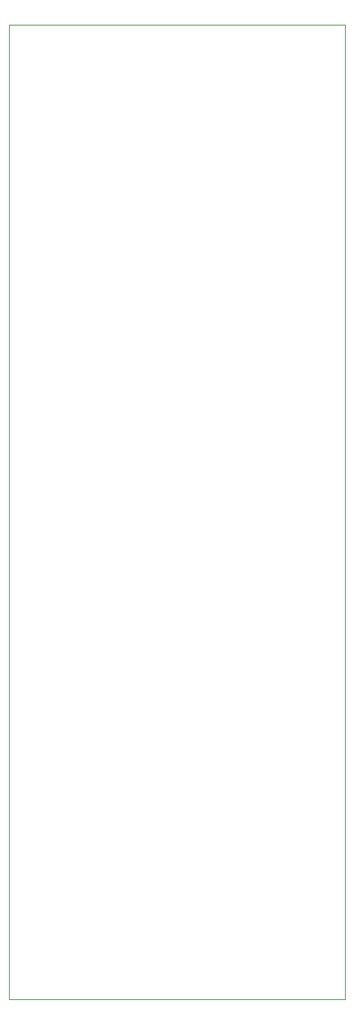
<source format=gbr>
%TF.GenerationSoftware,KiCad,Pcbnew,(6.0.4-0)*%
%TF.CreationDate,2022-12-20T09:13:06-08:00*%
%TF.ProjectId,reverb_v2,72657665-7262-45f7-9632-2e6b69636164,rev?*%
%TF.SameCoordinates,Original*%
%TF.FileFunction,Profile,NP*%
%FSLAX46Y46*%
G04 Gerber Fmt 4.6, Leading zero omitted, Abs format (unit mm)*
G04 Created by KiCad (PCBNEW (6.0.4-0)) date 2022-12-20 09:13:06*
%MOMM*%
%LPD*%
G01*
G04 APERTURE LIST*
%TA.AperFunction,Profile*%
%ADD10C,0.050000*%
%TD*%
G04 APERTURE END LIST*
D10*
X178000000Y-40000000D02*
X140000000Y-40000000D01*
X140000000Y-40000000D02*
X140000000Y-150000000D01*
X140000000Y-150000000D02*
X178000000Y-150000000D01*
X178000000Y-150000000D02*
X178000000Y-40000000D01*
M02*

</source>
